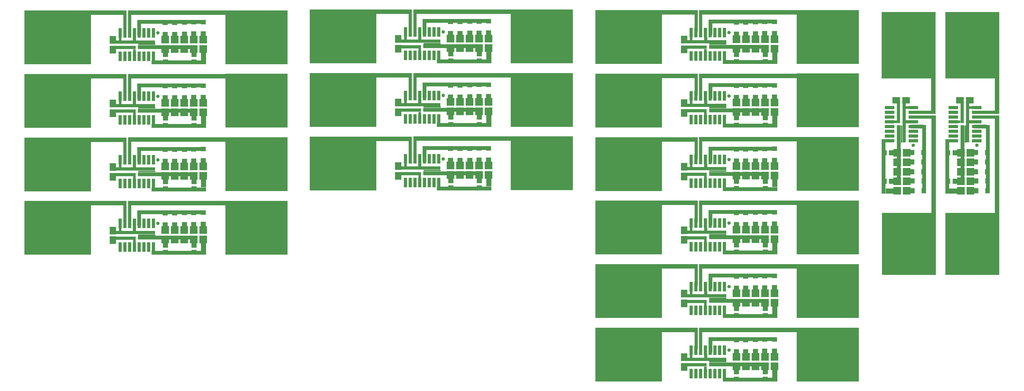
<source format=gtl>
G04 Layer_Physical_Order=1*
G04 Layer_Color=255*
%FSLAX44Y44*%
%MOMM*%
G71*
G01*
G75*
%ADD10C,0.5000*%
%ADD11R,1.2000X1.4000*%
%ADD12R,2.5000X0.9000*%
%ADD13R,1.1500X28.8000*%
%ADD14R,1.2000X12.5500*%
%ADD15R,4.8000X0.9000*%
%ADD16R,2.0000X1.8000*%
%ADD17R,4.2000X0.9000*%
%ADD18R,1.1000X18.3500*%
%ADD19R,3.4000X1.0000*%
%ADD20R,0.9000X6.9000*%
%ADD21R,1.0000X0.8000*%
%ADD22R,0.9000X11.1000*%
%ADD23R,1.3000X0.9000*%
%ADD24R,1.6000X0.8000*%
%ADD25R,1.0500X15.9000*%
%ADD26R,0.4000X4.6000*%
%ADD27R,1.0000X14.5500*%
%ADD28R,2.4500X1.3500*%
%ADD29R,14.5000X17.7500*%
%ADD30R,14.4500X16.6500*%
%ADD31R,1.4000X1.2000*%
%ADD32R,0.9000X2.5000*%
%ADD33R,28.8000X1.1500*%
%ADD34R,12.5500X1.2000*%
%ADD35R,0.9000X4.8000*%
%ADD36R,1.8000X2.0000*%
%ADD37R,0.9000X4.2000*%
%ADD38R,18.3500X1.1000*%
%ADD39R,1.0000X3.4000*%
%ADD40R,6.9000X0.9000*%
%ADD41R,0.8000X1.0000*%
%ADD42R,11.1000X0.9000*%
%ADD43R,0.9000X1.3000*%
%ADD44R,0.8000X1.6000*%
%ADD45R,15.9000X1.0500*%
%ADD46R,4.6000X0.4000*%
%ADD47R,14.5500X1.0000*%
%ADD48R,1.3500X2.4500*%
%ADD49R,17.7500X14.5000*%
%ADD50R,16.6500X14.4500*%
%ADD51R,0.9000X1.3000*%
%ADD52R,2.0000X2.0000*%
%ADD53R,2.0000X2.0000*%
D10*
X547060Y1887438D02*
G03*
X547060Y1887438I0J-2121D01*
G01*
Y2057437D02*
G03*
X547060Y2057437I0J-2121D01*
G01*
Y2227437D02*
G03*
X547060Y2227437I0J-2121D01*
G01*
Y2397437D02*
G03*
X547060Y2397437I0J-2121D01*
G01*
X1309069Y2059885D02*
G03*
X1309069Y2059885I0J-2121D01*
G01*
Y2229885D02*
G03*
X1309069Y2229885I0J-2121D01*
G01*
Y2399885D02*
G03*
X1309069Y2399885I0J-2121D01*
G01*
X2072440Y1718255D02*
G03*
X2072440Y1718255I0J-2121D01*
G01*
Y1548255D02*
G03*
X2072440Y1548255I0J-2121D01*
G01*
Y1888255D02*
G03*
X2072440Y1888255I0J-2121D01*
G01*
Y2058255D02*
G03*
X2072440Y2058255I0J-2121D01*
G01*
Y2228255D02*
G03*
X2072440Y2228255I0J-2121D01*
G01*
Y2398255D02*
G03*
X2072440Y2398255I0J-2121D01*
G01*
X2566435Y2094431D02*
G03*
X2566435Y2094431I-2121J0D01*
G01*
X2736435D02*
G03*
X2736435Y2094431I-2121J0D01*
G01*
D11*
X2487314Y1997930D02*
D03*
X2505314D02*
D03*
X2562074Y1998931D02*
D03*
X2562574Y1972930D02*
D03*
X2593054D02*
D03*
X2592554Y1998931D02*
D03*
X2657314Y1997930D02*
D03*
X2675314D02*
D03*
X2732074Y1998931D02*
D03*
X2732574Y1972930D02*
D03*
X2763054D02*
D03*
X2762554Y1998931D02*
D03*
X2762054Y2023430D02*
D03*
X2761554Y2049931D02*
D03*
Y2074931D02*
D03*
X2731074D02*
D03*
Y2049931D02*
D03*
X2731574Y2023430D02*
D03*
X2675314Y2074431D02*
D03*
X2657314D02*
D03*
X2591554Y2074931D02*
D03*
Y2049931D02*
D03*
X2592054Y2023430D02*
D03*
X2561074Y2074931D02*
D03*
Y2049931D02*
D03*
X2561574Y2023430D02*
D03*
X2505314Y2074431D02*
D03*
X2487314D02*
D03*
X2523314Y2216431D02*
D03*
X2541314D02*
D03*
X2693314D02*
D03*
X2711314D02*
D03*
D12*
X2501184Y2106380D02*
D03*
Y2119081D02*
D03*
X2564444D02*
D03*
Y2106380D02*
D03*
Y2131781D02*
D03*
Y2144480D02*
D03*
Y2157180D02*
D03*
Y2169881D02*
D03*
Y2182581D02*
D03*
Y2195280D02*
D03*
X2501184D02*
D03*
Y2182581D02*
D03*
Y2169881D02*
D03*
Y2157180D02*
D03*
Y2144480D02*
D03*
Y2131781D02*
D03*
X2671184Y2119081D02*
D03*
Y2106380D02*
D03*
X2734444D02*
D03*
Y2119081D02*
D03*
Y2131781D02*
D03*
Y2144480D02*
D03*
Y2157180D02*
D03*
Y2169881D02*
D03*
Y2182581D02*
D03*
Y2195280D02*
D03*
X2671184D02*
D03*
Y2182581D02*
D03*
Y2169881D02*
D03*
Y2157180D02*
D03*
Y2144480D02*
D03*
Y2131781D02*
D03*
D13*
X2618564Y2030430D02*
D03*
X2788564D02*
D03*
D14*
X2618314Y2240681D02*
D03*
X2788314D02*
D03*
D15*
X2589314Y2182431D02*
D03*
X2759314D02*
D03*
D16*
X2519314Y2214431D02*
D03*
X2545314D02*
D03*
X2689314D02*
D03*
X2715314D02*
D03*
D17*
X2593314Y2169931D02*
D03*
X2763314D02*
D03*
D18*
X2593814Y2057681D02*
D03*
X2763814D02*
D03*
D19*
X2574314Y2144431D02*
D03*
X2744314D02*
D03*
D20*
X2524814Y2187930D02*
D03*
X2694814D02*
D03*
D21*
X2515314Y2157431D02*
D03*
X2685314D02*
D03*
D22*
X2539814Y2156931D02*
D03*
X2709814D02*
D03*
D23*
X2546814Y2156931D02*
D03*
X2716814D02*
D03*
D24*
X2546314Y2195430D02*
D03*
X2716314D02*
D03*
D25*
X2526064Y2067930D02*
D03*
X2696064D02*
D03*
D26*
X2533314Y2124431D02*
D03*
X2703314D02*
D03*
D27*
X2485314Y2038181D02*
D03*
X2655314D02*
D03*
D28*
X2502564Y1972180D02*
D03*
X2672564D02*
D03*
D29*
X2552314Y2362180D02*
D03*
X2722314D02*
D03*
D30*
X2552564Y1830681D02*
D03*
X2722564D02*
D03*
D31*
X643560Y1808316D02*
D03*
Y1826316D02*
D03*
X642560Y1883076D02*
D03*
X618060Y1882576D02*
D03*
X668560Y1883576D02*
D03*
Y1914056D02*
D03*
X642560Y1913556D02*
D03*
X618060Y1913056D02*
D03*
X643560Y1978316D02*
D03*
Y1996316D02*
D03*
X642560Y2053076D02*
D03*
X618060Y2052576D02*
D03*
X668560Y2053576D02*
D03*
Y2084056D02*
D03*
X642560Y2083556D02*
D03*
X618060Y2083056D02*
D03*
X643560Y2148316D02*
D03*
Y2166316D02*
D03*
X642560Y2223076D02*
D03*
X618060Y2222576D02*
D03*
X668560Y2223576D02*
D03*
Y2254056D02*
D03*
X642560Y2253556D02*
D03*
X618060Y2253056D02*
D03*
X643560Y2318316D02*
D03*
Y2336316D02*
D03*
X642560Y2393076D02*
D03*
X618060Y2392576D02*
D03*
X668560Y2393576D02*
D03*
Y2424056D02*
D03*
X642560Y2423556D02*
D03*
X618060Y2423056D02*
D03*
X591560Y2422556D02*
D03*
X566560D02*
D03*
Y2392076D02*
D03*
X591560D02*
D03*
X567060Y2336316D02*
D03*
Y2318316D02*
D03*
X566560Y2252556D02*
D03*
X591560D02*
D03*
Y2222076D02*
D03*
X566560D02*
D03*
X567060Y2166316D02*
D03*
Y2148316D02*
D03*
X566560Y2082556D02*
D03*
X591560D02*
D03*
Y2052076D02*
D03*
X566560D02*
D03*
X567060Y1996316D02*
D03*
Y1978316D02*
D03*
X566560Y1912556D02*
D03*
X591560D02*
D03*
Y1882076D02*
D03*
X566560D02*
D03*
X567060Y1826316D02*
D03*
Y1808316D02*
D03*
X425060Y1862316D02*
D03*
Y1844316D02*
D03*
Y2014316D02*
D03*
Y2032316D02*
D03*
Y2184316D02*
D03*
Y2202316D02*
D03*
Y2354316D02*
D03*
Y2372316D02*
D03*
X1187069Y2034764D02*
D03*
Y2016764D02*
D03*
X1329069Y1998764D02*
D03*
Y1980764D02*
D03*
X1353569Y2054524D02*
D03*
X1380069Y2055024D02*
D03*
X1405569Y1998764D02*
D03*
Y1980764D02*
D03*
X1404569Y2055524D02*
D03*
X1430569Y2056024D02*
D03*
Y2086504D02*
D03*
X1404569Y2086004D02*
D03*
X1405569Y2150764D02*
D03*
Y2168764D02*
D03*
X1404569Y2225524D02*
D03*
X1430569Y2226024D02*
D03*
Y2256504D02*
D03*
X1404569Y2256004D02*
D03*
X1405569Y2320764D02*
D03*
Y2338764D02*
D03*
X1404569Y2395524D02*
D03*
X1430569Y2396024D02*
D03*
Y2426504D02*
D03*
X1404569Y2426004D02*
D03*
X1380069Y2425504D02*
D03*
X1353569Y2425004D02*
D03*
Y2394524D02*
D03*
X1380069Y2395024D02*
D03*
X1328569Y2425004D02*
D03*
Y2394524D02*
D03*
X1329069Y2338764D02*
D03*
Y2320764D02*
D03*
X1328569Y2255004D02*
D03*
Y2224524D02*
D03*
X1329069Y2168764D02*
D03*
Y2150764D02*
D03*
X1328569Y2085004D02*
D03*
Y2054524D02*
D03*
X1353569Y2085004D02*
D03*
X1380069Y2085504D02*
D03*
Y2225024D02*
D03*
X1353569Y2224524D02*
D03*
Y2255004D02*
D03*
X1380069Y2255504D02*
D03*
X1187069Y2356764D02*
D03*
Y2374764D02*
D03*
Y2204764D02*
D03*
Y2186764D02*
D03*
X1950439Y1505134D02*
D03*
Y1523134D02*
D03*
Y1675134D02*
D03*
Y1693134D02*
D03*
Y1845134D02*
D03*
Y1863134D02*
D03*
X2091940Y1712894D02*
D03*
X2116940D02*
D03*
X2092440Y1657134D02*
D03*
Y1639134D02*
D03*
X2091940Y1573374D02*
D03*
X2116940D02*
D03*
Y1542894D02*
D03*
X2091940D02*
D03*
X2092440Y1487134D02*
D03*
Y1469134D02*
D03*
X2168940D02*
D03*
Y1487134D02*
D03*
X2193940Y1544394D02*
D03*
Y1574874D02*
D03*
X2168940Y1639134D02*
D03*
Y1657134D02*
D03*
X2167939Y1574374D02*
D03*
X2143439Y1573874D02*
D03*
Y1543394D02*
D03*
X2167939Y1543894D02*
D03*
X2193940Y1714394D02*
D03*
Y1744874D02*
D03*
X2168940Y1809134D02*
D03*
Y1827134D02*
D03*
X2167939Y1744374D02*
D03*
X2143439Y1743874D02*
D03*
Y1713394D02*
D03*
X2167939Y1713894D02*
D03*
X2116940Y1743374D02*
D03*
X2091940D02*
D03*
X2092440Y1809134D02*
D03*
Y1827134D02*
D03*
X2143439Y1883394D02*
D03*
X2167939Y1883894D02*
D03*
X2193940Y1884394D02*
D03*
Y1914874D02*
D03*
X2168940Y1979134D02*
D03*
Y1997134D02*
D03*
X2167939Y1914374D02*
D03*
X2143439Y1913874D02*
D03*
X2092440Y1979134D02*
D03*
Y1997134D02*
D03*
X2091940Y1913374D02*
D03*
X2116940D02*
D03*
Y1882894D02*
D03*
X2091940D02*
D03*
X2193940Y2054394D02*
D03*
Y2084874D02*
D03*
X2168940Y2149134D02*
D03*
Y2167134D02*
D03*
X2167939Y2084374D02*
D03*
X2143439Y2083874D02*
D03*
Y2053394D02*
D03*
X2167939Y2053894D02*
D03*
X2116940Y2083374D02*
D03*
X2091940D02*
D03*
Y2052894D02*
D03*
X2116940D02*
D03*
X2092440Y2149134D02*
D03*
Y2167134D02*
D03*
X2143439Y2223394D02*
D03*
X2167939Y2223894D02*
D03*
X2193940Y2224394D02*
D03*
Y2254874D02*
D03*
X2168940Y2319134D02*
D03*
Y2337134D02*
D03*
X2167939Y2254374D02*
D03*
X2143439Y2253874D02*
D03*
X2092440Y2319134D02*
D03*
Y2337134D02*
D03*
X2091940Y2253374D02*
D03*
X2116940D02*
D03*
Y2222894D02*
D03*
X2091940D02*
D03*
X2193940Y2394394D02*
D03*
Y2424874D02*
D03*
X2167939Y2424374D02*
D03*
X2143439Y2423874D02*
D03*
Y2393394D02*
D03*
X2167939Y2393894D02*
D03*
X2116940Y2423374D02*
D03*
X2091940D02*
D03*
Y2392894D02*
D03*
X2116940D02*
D03*
X1950439Y2373134D02*
D03*
Y2355134D02*
D03*
Y2203134D02*
D03*
Y2185134D02*
D03*
Y2033134D02*
D03*
Y2015134D02*
D03*
D32*
X509710Y1822186D02*
D03*
X522410D02*
D03*
X535110D02*
D03*
Y1885446D02*
D03*
X522410D02*
D03*
X509710D02*
D03*
X497010D02*
D03*
X484310D02*
D03*
X471610D02*
D03*
X458910D02*
D03*
Y1822186D02*
D03*
X471610D02*
D03*
X484310D02*
D03*
X497010D02*
D03*
X446210Y1885446D02*
D03*
Y1822186D02*
D03*
X509710Y1992186D02*
D03*
X522410D02*
D03*
X535110D02*
D03*
Y2055446D02*
D03*
X522410D02*
D03*
X509710D02*
D03*
X497010D02*
D03*
X484310D02*
D03*
X471610D02*
D03*
X458910D02*
D03*
Y1992186D02*
D03*
X471610D02*
D03*
X484310D02*
D03*
X497010D02*
D03*
X446210Y2055446D02*
D03*
Y1992186D02*
D03*
X509710Y2162186D02*
D03*
X522410D02*
D03*
X535110D02*
D03*
Y2225446D02*
D03*
X522410D02*
D03*
X509710D02*
D03*
X497010D02*
D03*
X484310D02*
D03*
X471610D02*
D03*
X458910D02*
D03*
Y2162186D02*
D03*
X471610D02*
D03*
X484310D02*
D03*
X497010D02*
D03*
X446210Y2225446D02*
D03*
Y2162186D02*
D03*
X509710Y2332186D02*
D03*
X522410D02*
D03*
X535110D02*
D03*
Y2395446D02*
D03*
X522410D02*
D03*
X509710D02*
D03*
X497010D02*
D03*
X484310D02*
D03*
X471610D02*
D03*
X458910D02*
D03*
Y2332186D02*
D03*
X471610D02*
D03*
X484310D02*
D03*
X497010D02*
D03*
X446210Y2395446D02*
D03*
Y2332186D02*
D03*
X1208219Y1994634D02*
D03*
X1220919D02*
D03*
X1233619D02*
D03*
X1246319D02*
D03*
X1259019D02*
D03*
X1271719D02*
D03*
X1284419D02*
D03*
X1297119D02*
D03*
Y2057894D02*
D03*
X1284419D02*
D03*
X1271719D02*
D03*
X1259019D02*
D03*
X1246319D02*
D03*
X1233619D02*
D03*
X1220919D02*
D03*
X1208219D02*
D03*
X1297119Y2164634D02*
D03*
Y2227894D02*
D03*
X1284419D02*
D03*
X1271719D02*
D03*
X1259019D02*
D03*
X1246319D02*
D03*
X1233619D02*
D03*
Y2164634D02*
D03*
X1246319D02*
D03*
X1259019D02*
D03*
X1271719D02*
D03*
X1284419D02*
D03*
X1220919Y2227894D02*
D03*
X1208219D02*
D03*
Y2164634D02*
D03*
X1220919D02*
D03*
X1297119Y2334634D02*
D03*
Y2397894D02*
D03*
X1284419D02*
D03*
X1271719D02*
D03*
X1259019D02*
D03*
X1246319D02*
D03*
X1233619D02*
D03*
Y2334634D02*
D03*
X1246319D02*
D03*
X1259019D02*
D03*
X1271719D02*
D03*
X1284419D02*
D03*
X1220919Y2397894D02*
D03*
X1208219D02*
D03*
Y2334634D02*
D03*
X1220919D02*
D03*
X1971590Y1546264D02*
D03*
X1984290D02*
D03*
X1996989D02*
D03*
X2009689D02*
D03*
Y1483004D02*
D03*
X1996989D02*
D03*
X1984290D02*
D03*
X1971590D02*
D03*
X2022390D02*
D03*
X2035090D02*
D03*
X2047789D02*
D03*
X2060490D02*
D03*
Y1546264D02*
D03*
X2047789D02*
D03*
X2035090D02*
D03*
X2022390D02*
D03*
Y1653004D02*
D03*
X2035090D02*
D03*
X2047789D02*
D03*
X2060490D02*
D03*
Y1716264D02*
D03*
X2047789D02*
D03*
X2035090D02*
D03*
X2022390D02*
D03*
X2009689D02*
D03*
X1996989D02*
D03*
X1984290D02*
D03*
X1971590D02*
D03*
Y1653004D02*
D03*
X1984290D02*
D03*
X1996989D02*
D03*
X2009689D02*
D03*
X2022390Y1823004D02*
D03*
X2035090D02*
D03*
X2047789D02*
D03*
X2060490D02*
D03*
Y1886264D02*
D03*
X2047789D02*
D03*
X2035090D02*
D03*
X2022390D02*
D03*
X2009689D02*
D03*
X1996989D02*
D03*
X1984290D02*
D03*
X1971590D02*
D03*
Y1823004D02*
D03*
X1984290D02*
D03*
X1996989D02*
D03*
X2009689D02*
D03*
X2022390Y1993004D02*
D03*
X2035090D02*
D03*
X2047789D02*
D03*
X2060490D02*
D03*
Y2056264D02*
D03*
X2047789D02*
D03*
X2035090D02*
D03*
X2022390D02*
D03*
X2009689D02*
D03*
X1996989D02*
D03*
X1984290D02*
D03*
X1971590D02*
D03*
Y1993004D02*
D03*
X1984290D02*
D03*
X1996989D02*
D03*
X2009689D02*
D03*
X2022390Y2163004D02*
D03*
X2035090D02*
D03*
X2047789D02*
D03*
X2060490D02*
D03*
Y2226264D02*
D03*
X2047789D02*
D03*
X2035090D02*
D03*
X2022390D02*
D03*
X2009689D02*
D03*
X1996989D02*
D03*
X1984290D02*
D03*
X1971590D02*
D03*
Y2163004D02*
D03*
X1984290D02*
D03*
X1996989D02*
D03*
X2009689D02*
D03*
X2022390Y2333004D02*
D03*
X2035090D02*
D03*
X2047789D02*
D03*
X2060490D02*
D03*
Y2396264D02*
D03*
X2047789D02*
D03*
X2035090D02*
D03*
X2022390D02*
D03*
X2009689D02*
D03*
X1996989D02*
D03*
X1984290D02*
D03*
X1971590D02*
D03*
Y2333004D02*
D03*
X1984290D02*
D03*
X1996989D02*
D03*
X2009689D02*
D03*
D33*
X611060Y1939566D02*
D03*
Y2109566D02*
D03*
Y2279566D02*
D03*
Y2449566D02*
D03*
X1373069Y2112014D02*
D03*
Y2282014D02*
D03*
Y2452014D02*
D03*
X2136440Y1770384D02*
D03*
Y1600384D02*
D03*
Y1940384D02*
D03*
Y2110384D02*
D03*
Y2280384D02*
D03*
Y2450384D02*
D03*
D34*
X1926190Y1600134D02*
D03*
Y1770134D02*
D03*
Y1940134D02*
D03*
Y2110134D02*
D03*
Y2280134D02*
D03*
Y2450134D02*
D03*
X1162819Y2451764D02*
D03*
Y2281764D02*
D03*
Y2111764D02*
D03*
X400810Y2449316D02*
D03*
Y2279316D02*
D03*
Y2109316D02*
D03*
Y1939316D02*
D03*
D35*
X459060Y1910316D02*
D03*
Y2080316D02*
D03*
Y2250316D02*
D03*
Y2420316D02*
D03*
X1221069Y2082764D02*
D03*
Y2252764D02*
D03*
Y2422764D02*
D03*
X1984440Y1741134D02*
D03*
Y1571134D02*
D03*
Y1911134D02*
D03*
Y2081134D02*
D03*
Y2251134D02*
D03*
Y2421134D02*
D03*
D36*
X427060Y1840316D02*
D03*
Y1866316D02*
D03*
Y2010316D02*
D03*
Y2036316D02*
D03*
Y2180316D02*
D03*
Y2206316D02*
D03*
Y2350316D02*
D03*
Y2376316D02*
D03*
X1189069Y2012764D02*
D03*
Y2038764D02*
D03*
Y2182764D02*
D03*
Y2208764D02*
D03*
Y2352764D02*
D03*
Y2378764D02*
D03*
X1952440Y1671134D02*
D03*
Y1697134D02*
D03*
Y1841134D02*
D03*
Y1867134D02*
D03*
Y2011134D02*
D03*
Y2037134D02*
D03*
Y2181134D02*
D03*
Y2207134D02*
D03*
Y2351134D02*
D03*
Y2377134D02*
D03*
Y1527134D02*
D03*
Y1501134D02*
D03*
D37*
X471560Y1914316D02*
D03*
Y2084316D02*
D03*
Y2254316D02*
D03*
Y2424316D02*
D03*
X1233569Y2086764D02*
D03*
Y2256764D02*
D03*
Y2426764D02*
D03*
X1996940Y1745134D02*
D03*
Y1575134D02*
D03*
Y1915134D02*
D03*
Y2085134D02*
D03*
Y2255134D02*
D03*
Y2425134D02*
D03*
D38*
X583810Y1914816D02*
D03*
Y2084816D02*
D03*
Y2254816D02*
D03*
Y2424816D02*
D03*
X1345819Y2087264D02*
D03*
Y2257264D02*
D03*
Y2427264D02*
D03*
X2109189Y1745634D02*
D03*
Y1575634D02*
D03*
Y1915634D02*
D03*
Y2085634D02*
D03*
Y2255634D02*
D03*
Y2425634D02*
D03*
D39*
X497060Y1895316D02*
D03*
Y2065316D02*
D03*
Y2235316D02*
D03*
Y2405316D02*
D03*
X1259069Y2067764D02*
D03*
Y2237764D02*
D03*
Y2407764D02*
D03*
X2022440Y1726134D02*
D03*
Y1556134D02*
D03*
Y1896134D02*
D03*
Y2066134D02*
D03*
Y2236134D02*
D03*
Y2406134D02*
D03*
D40*
X453560Y1845816D02*
D03*
Y2015816D02*
D03*
Y2185816D02*
D03*
Y2355816D02*
D03*
X1215569Y2018264D02*
D03*
Y2188264D02*
D03*
Y2358264D02*
D03*
X1978940Y1676634D02*
D03*
Y1506634D02*
D03*
Y1846634D02*
D03*
Y2016634D02*
D03*
Y2186634D02*
D03*
Y2356634D02*
D03*
D41*
X484060Y1836316D02*
D03*
Y2006316D02*
D03*
Y2176316D02*
D03*
Y2346316D02*
D03*
X1246069Y2008764D02*
D03*
Y2178764D02*
D03*
Y2348764D02*
D03*
X2009440Y1667134D02*
D03*
Y1497134D02*
D03*
Y1837134D02*
D03*
Y2007134D02*
D03*
Y2177134D02*
D03*
Y2347134D02*
D03*
D42*
X484560Y1860816D02*
D03*
Y2030816D02*
D03*
Y2200816D02*
D03*
Y2370816D02*
D03*
X1246569Y2033264D02*
D03*
Y2203264D02*
D03*
Y2373264D02*
D03*
X2009940Y1691634D02*
D03*
Y1521634D02*
D03*
Y1861634D02*
D03*
Y2031634D02*
D03*
Y2201634D02*
D03*
Y2371634D02*
D03*
D43*
X2009940Y1528634D02*
D03*
Y1698634D02*
D03*
Y1868634D02*
D03*
Y2038634D02*
D03*
Y2208634D02*
D03*
Y2378634D02*
D03*
D44*
X446060Y1867316D02*
D03*
Y2037316D02*
D03*
Y2207316D02*
D03*
Y2377316D02*
D03*
X1208069Y2039764D02*
D03*
Y2209764D02*
D03*
Y2379764D02*
D03*
X1971440Y1698134D02*
D03*
Y1528134D02*
D03*
Y1868134D02*
D03*
Y2038134D02*
D03*
Y2208134D02*
D03*
Y2378134D02*
D03*
D45*
X573560Y1847066D02*
D03*
Y2017066D02*
D03*
Y2187066D02*
D03*
Y2357066D02*
D03*
X1335569Y2019514D02*
D03*
Y2189514D02*
D03*
Y2359514D02*
D03*
X2098940Y1677884D02*
D03*
Y1847884D02*
D03*
Y2017884D02*
D03*
Y2187884D02*
D03*
Y2357884D02*
D03*
Y1507884D02*
D03*
D46*
X517060Y1854316D02*
D03*
Y2024316D02*
D03*
Y2194316D02*
D03*
Y2364316D02*
D03*
X1279069Y2026764D02*
D03*
Y2196764D02*
D03*
Y2366764D02*
D03*
X2042440Y1685134D02*
D03*
Y1515134D02*
D03*
Y1855134D02*
D03*
Y2025134D02*
D03*
Y2195134D02*
D03*
Y2365134D02*
D03*
D47*
X603310Y1806316D02*
D03*
Y1976316D02*
D03*
Y2146316D02*
D03*
Y2316316D02*
D03*
X1365319Y1978764D02*
D03*
Y2148764D02*
D03*
Y2318764D02*
D03*
X2128690Y1637134D02*
D03*
Y1467134D02*
D03*
Y1807134D02*
D03*
Y1977134D02*
D03*
Y2147134D02*
D03*
Y2317134D02*
D03*
D48*
X669310Y1823566D02*
D03*
Y1993566D02*
D03*
Y2163566D02*
D03*
Y2333566D02*
D03*
X1431319Y1996014D02*
D03*
Y2166014D02*
D03*
Y2336014D02*
D03*
X2194689Y1654384D02*
D03*
Y1484384D02*
D03*
Y1824384D02*
D03*
Y1994384D02*
D03*
Y2164384D02*
D03*
Y2334384D02*
D03*
D49*
X1804689Y1534134D02*
D03*
Y1704134D02*
D03*
Y1874134D02*
D03*
Y2044134D02*
D03*
Y2214134D02*
D03*
Y2384134D02*
D03*
X1041319Y2385764D02*
D03*
Y2215764D02*
D03*
Y2045764D02*
D03*
X279310Y2383316D02*
D03*
Y2213316D02*
D03*
Y2043316D02*
D03*
Y1873316D02*
D03*
D50*
X810810Y1873566D02*
D03*
Y2043566D02*
D03*
Y2213566D02*
D03*
Y2383566D02*
D03*
X1572819Y2046014D02*
D03*
Y2216014D02*
D03*
Y2386014D02*
D03*
X2336190Y1704384D02*
D03*
Y1534384D02*
D03*
Y1874384D02*
D03*
Y2044384D02*
D03*
Y2214384D02*
D03*
Y2384384D02*
D03*
D51*
X484560Y1867816D02*
D03*
Y2037816D02*
D03*
Y2207816D02*
D03*
Y2377816D02*
D03*
X1246569Y2040264D02*
D03*
Y2210264D02*
D03*
Y2380264D02*
D03*
D52*
X2521314Y1972930D02*
D03*
Y1998331D02*
D03*
X2546714D02*
D03*
Y1972930D02*
D03*
Y2023730D02*
D03*
Y2049131D02*
D03*
X2521314D02*
D03*
Y2023730D02*
D03*
Y2074530D02*
D03*
X2546714D02*
D03*
X2691314Y1998331D02*
D03*
X2716714D02*
D03*
Y1972930D02*
D03*
X2691314D02*
D03*
Y2023730D02*
D03*
Y2049131D02*
D03*
X2716714D02*
D03*
Y2023730D02*
D03*
Y2074530D02*
D03*
X2691314D02*
D03*
D53*
X617760Y1842316D02*
D03*
X643160D02*
D03*
X668560D02*
D03*
Y1867716D02*
D03*
X643160D02*
D03*
X617760D02*
D03*
X592360D02*
D03*
X566960D02*
D03*
Y1842316D02*
D03*
X592360D02*
D03*
X617760Y2012316D02*
D03*
X643160D02*
D03*
X668560D02*
D03*
Y2037716D02*
D03*
X643160D02*
D03*
X617760D02*
D03*
X592360D02*
D03*
X566960D02*
D03*
Y2012316D02*
D03*
X592360D02*
D03*
X617760Y2182316D02*
D03*
Y2207716D02*
D03*
X643160D02*
D03*
Y2182316D02*
D03*
X668560D02*
D03*
Y2207716D02*
D03*
X592360D02*
D03*
X566960D02*
D03*
Y2182316D02*
D03*
X592360D02*
D03*
X617760Y2352316D02*
D03*
Y2377716D02*
D03*
X643160D02*
D03*
Y2352316D02*
D03*
X668560D02*
D03*
Y2377716D02*
D03*
X592360D02*
D03*
X566960D02*
D03*
Y2352316D02*
D03*
X592360D02*
D03*
X1328969Y2040164D02*
D03*
Y2014764D02*
D03*
X1354369D02*
D03*
Y2040164D02*
D03*
X1379769D02*
D03*
Y2014764D02*
D03*
X1405169D02*
D03*
Y2040164D02*
D03*
X1430569D02*
D03*
Y2014764D02*
D03*
Y2184764D02*
D03*
X1405169D02*
D03*
Y2210164D02*
D03*
X1430569D02*
D03*
X1379769D02*
D03*
X1354369D02*
D03*
Y2184764D02*
D03*
X1379769D02*
D03*
X1328969D02*
D03*
Y2210164D02*
D03*
X1405169Y2354764D02*
D03*
Y2380164D02*
D03*
X1430569D02*
D03*
Y2354764D02*
D03*
X1379769D02*
D03*
X1354369D02*
D03*
Y2380164D02*
D03*
X1379769D02*
D03*
X1328969D02*
D03*
Y2354764D02*
D03*
X2092339Y1673134D02*
D03*
X2117740D02*
D03*
X2143139D02*
D03*
X2168539D02*
D03*
X2193940D02*
D03*
Y1698534D02*
D03*
X2168539D02*
D03*
X2143139D02*
D03*
X2117740D02*
D03*
X2092339D02*
D03*
X2193940Y1843134D02*
D03*
Y1868534D02*
D03*
X2168539D02*
D03*
X2143139D02*
D03*
Y1843134D02*
D03*
X2168539D02*
D03*
X2117740Y1868534D02*
D03*
X2092339D02*
D03*
Y1843134D02*
D03*
X2117740D02*
D03*
X2193940Y2013134D02*
D03*
Y2038534D02*
D03*
X2168539D02*
D03*
X2143139D02*
D03*
Y2013134D02*
D03*
X2168539D02*
D03*
X2117740Y2038534D02*
D03*
X2092339D02*
D03*
Y2013134D02*
D03*
X2117740D02*
D03*
X2193940Y2183134D02*
D03*
Y2208534D02*
D03*
X2168539D02*
D03*
X2143139D02*
D03*
Y2183134D02*
D03*
X2168539D02*
D03*
X2117740D02*
D03*
X2092339D02*
D03*
Y2208534D02*
D03*
X2117740D02*
D03*
X2193940Y2353134D02*
D03*
Y2378534D02*
D03*
X2168539D02*
D03*
X2143139D02*
D03*
Y2353134D02*
D03*
X2168539D02*
D03*
X2117740D02*
D03*
X2092339D02*
D03*
Y2378534D02*
D03*
X2117740D02*
D03*
Y1528534D02*
D03*
X2092339D02*
D03*
Y1503134D02*
D03*
X2117740D02*
D03*
X2143139D02*
D03*
X2168539D02*
D03*
X2193940D02*
D03*
Y1528534D02*
D03*
X2168539D02*
D03*
X2143139D02*
D03*
M02*

</source>
